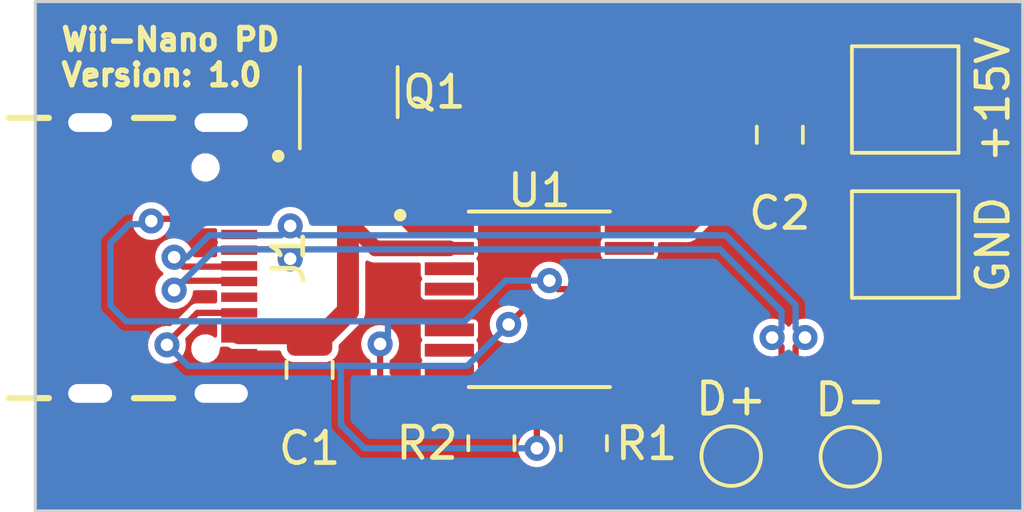
<source format=kicad_pcb>
(kicad_pcb (version 20221018) (generator pcbnew)
  (layers (0 "F.Cu" signal) (31 "B.Cu" signal) (34 "B.Paste" user) (35 "F.Paste" user) (36 "B.SilkS" user "B.Silkscreen") (37 "F.SilkS" user "F.Silkscreen") (38 "B.Mask" user) (39 "F.Mask" user) (44 "Edge.Cuts" user))
  (net 0 "")
  (net 1 "/D+")
  (net 2 "/D-")
  (net 3 "Net-(J1-CC2)")
  (net 4 "GNDREF")
  (net 5 "Net-(J1-CC1)")
  (net 6 "VBUS")
  (net 7 "Net-(Q1-G)")
  (net 8 "+15VOUT")
  (footprint "TestPoint:TestPoint_Pad_3.0x3.0mm" (layer "F.Cu") (at 56.75 41.125)
    (fp_text reference "+15V" (at 2.8 0 90 unlocked) (layer "F.SilkS"))
    (fp_text value "TestPoint_Pad_3.0x3.0mm" hide)
    (fp_line (start -1.7 -1.7) (end 1.7 -1.7) (stroke (width 0.12)) (layer "F.SilkS"))
    (fp_line (start -1.7 1.7) (end -1.7 -1.7) (stroke (width 0.12)) (layer "F.SilkS"))
    (fp_line (start 1.7 -1.7) (end 1.7 1.7) (stroke (width 0.12)) (layer "F.SilkS"))
    (fp_line (start 1.7 1.7) (end -1.7 1.7) (stroke (width 0.12)) (layer "F.SilkS"))
    (pad "1" smd rect (at 0 0) (size 3 3) (layers "F.Cu" "F.Mask") (net 8 "+15VOUT"))
  )
  (footprint "Package_TO_SOT_SMD:SOT-23-3" (layer "F.Cu") (at 39 40.8875 90)
    (fp_text reference "Q1" (at 0 2.73 180) (layer "F.SilkS"))
    (fp_text value "DMG3406L" hide)
    (fp_line (start 0 -1.56) (end -1.8 -1.56) (stroke (width 0.12)) (layer "F.SilkS"))
    (fp_line (start 0 -1.56) (end 0.8 -1.56) (stroke (width 0.12)) (layer "F.SilkS"))
    (fp_line (start 0 1.56) (end -0.8 1.56) (stroke (width 0.12)) (layer "F.SilkS"))
    (fp_line (start 0 1.56) (end 0.8 1.56) (stroke (width 0.12)) (layer "F.SilkS"))
    (pad "1" smd roundrect (at -1.1375 -0.95 90) (size 1.325 0.6) (layers "F.Cu" "F.Paste" "F.Mask") (net 6 "VBUS"))
    (pad "2" smd roundrect (at -1.1375 0.95 90) (size 1.325 0.6) (layers "F.Cu" "F.Paste" "F.Mask") (net 7 "Net-(Q1-G)"))
    (pad "3" smd roundrect (at 1.1375 0 90) (size 1.325 0.6) (layers "F.Cu" "F.Paste" "F.Mask") (net 8 "+15VOUT"))
  )
  (footprint "Resistor_SMD:R_0805_2012Metric" (layer "F.Cu") (at 46.5 52.0875 -90)
    (fp_text reference "R1" (at 0.0125 -2 -180) (layer "F.SilkS"))
    (fp_text value "5.11k" hide)
    (fp_line (start -0.227064 -0.735) (end 0.227064 -0.735) (stroke (width 0.12)) (layer "F.SilkS"))
    (fp_line (start -0.227064 0.735) (end 0.227064 0.735) (stroke (width 0.12)) (layer "F.SilkS"))
    (pad "1" smd roundrect (at -0.9125 0 270) (size 1.025 1.4) (layers "F.Cu" "F.Paste" "F.Mask") (roundrect_rratio 0.243902) (net 3 "Net-(J1-CC2)"))
    (pad "2" smd roundrect (at 0.9125 0 270) (size 1.025 1.4) (layers "F.Cu" "F.Paste" "F.Mask") (roundrect_rratio 0.243902) (net 4 "GNDREF"))
  )
  (footprint "TestPoint:TestPoint_Pad_D1.5mm" (layer "F.Cu") (at 55 52.525 -90)
    (fp_text reference "D-" (at -1.825 0) (layer "F.SilkS"))
    (fp_text value "D+" hide)
    (fp_circle (center 0 0) (end 0 0.95) (stroke (width 0.12)) (fill none) (layer "F.SilkS"))
    (pad "1" smd circle (at 0 0 270) (size 1.5 1.5) (layers "F.Cu" "F.Mask") (net 2 "/D-"))
  )
  (footprint "Capacitor_SMD:C_0805_2012Metric" (layer "F.Cu") (at 37.75 49.75 -90)
    (fp_text reference "C1" (at 2.5 0 -180) (layer "F.SilkS"))
    (fp_text value "1uF" hide)
    (fp_line (start -0.261252 -0.735) (end 0.261252 -0.735) (stroke (width 0.12)) (layer "F.SilkS"))
    (fp_line (start -0.261252 0.735) (end 0.261252 0.735) (stroke (width 0.12)) (layer "F.SilkS"))
    (pad "1" smd roundrect (at -0.95 0 270) (size 1 1.45) (layers "F.Cu" "F.Paste" "F.Mask") (net 6 "VBUS"))
    (pad "2" smd roundrect (at 0.95 0 270) (size 1 1.45) (layers "F.Cu" "F.Paste" "F.Mask") (net 4 "GNDREF"))
  )
  (footprint "TestPoint:TestPoint_Pad_D1.5mm" (layer "F.Cu") (at 51.2 52.5 -90)
    (fp_text reference "D+" (at -1.825 0) (layer "F.SilkS"))
    (fp_text value "D-" hide)
    (fp_circle (center 0 0) (end 0 0.95) (stroke (width 0.12)) (fill none) (layer "F.SilkS"))
    (pad "1" smd circle (at 0 0 270) (size 1.5 1.5) (layers "F.Cu" "F.Mask") (net 1 "/D+"))
  )
  (footprint "USB4105_GF_A:GCT_USB4105-GF-A" (layer "F.Cu") (at 30.75 46.18 -90)
    (fp_text reference "J1" (at -0.005 -6.325 90) (layer "F.SilkS"))
    (fp_text value "USB4105-GF-A" hide)
    (fp_line (start -4.47 -2.65) (end -4.47 -1.4) (stroke (width 0.2)) (layer "F.SilkS"))
    (fp_line (start -4.47 1.32) (end -4.47 2.6) (stroke (width 0.2)) (layer "F.SilkS"))
    (fp_line (start 4.47 -2.65) (end 4.47 -1.4) (stroke (width 0.2)) (layer "F.SilkS"))
    (fp_line (start 4.47 2.6) (end 4.47 1.32) (stroke (width 0.2)) (layer "F.SilkS"))
    (fp_circle (center -3.25 -6) (end -3.15 -6) (stroke (width 0.2)) (fill none) (layer "F.SilkS"))
    (pad "" np_thru_hole circle (at -2.89 -3.68 270) (size 0.65 0.65) (drill 0.65) (layers "*.Cu" "*.Mask"))
    (pad "" np_thru_hole circle (at 2.89 -3.68 270) (size 0.65 0.65) (drill 0.65) (layers "*.Cu" "*.Mask"))
    (pad "A1_B12" smd rect (at -3.2 -4.755 270) (size 0.6 1.15) (layers "F.Cu" "F.Paste" "F.Mask") (net 4 "GNDREF"))
    (pad "A4_B9" smd rect (at -2.4 -4.755 270) (size 0.6 1.15) (layers "F.Cu" "F.Paste" "F.Mask") (net 6 "VBUS"))
    (pad "A5" smd rect (at -1.25 -4.755 270) (size 0.3 1.15) (layers "F.Cu" "F.Paste" "F.Mask") (net 5 "Net-(J1-CC1)"))
    (pad "A6" smd rect (at -0.25 -4.755 270) (size 0.3 1.15) (layers "F.Cu" "F.Paste" "F.Mask") (net 1 "/D+"))
    (pad "A7" smd rect (at 0.25 -4.755 270) (size 0.3 1.15) (layers "F.Cu" "F.Paste" "F.Mask") (net 2 "/D-"))
    (pad "A8" smd rect (at 1.25 -4.755 270) (size 0.3 1.15) (layers "F.Cu" "F.Paste" "F.Mask"))
    (pad "B1_A12" smd rect (at 3.2 -4.755 270) (size 0.6 1.15) (layers "F.Cu" "F.Paste" "F.Mask") (net 4 "GNDREF"))
    (pad "B4_A9" smd rect (at 2.4 -4.755 270) (size 0.6 1.15) (layers "F.Cu" "F.Paste" "F.Mask") (net 6 "VBUS"))
    (pad "B5" smd rect (at 1.75 -4.755 270) (size 0.3 1.15) (layers "F.Cu" "F.Paste" "F.Mask") (net 3 "Net-(J1-CC2)"))
    (pad "B6" smd rect (at 0.75 -4.755 270) (size 0.3 1.15) (layers "F.Cu" "F.Paste" "F.Mask") (net 1 "/D+"))
    (pad "B7" smd rect (at -0.75 -4.755 270) (size 0.3 1.15) (layers "F.Cu" "F.Paste" "F.Mask") (net 2 "/D-"))
    (pad "B8" smd rect (at -1.75 -4.755 270) (size 0.3 1.15) (layers "F.Cu" "F.Paste" "F.Mask"))
    (pad "SH1" thru_hole oval (at -4.32 -4.18 270) (size 1 2.1) (drill oval 0.6 1.7) (layers "*.Cu" "*.Mask") (net 4 "GNDREF"))
    (pad "SH2" thru_hole oval (at 4.32 -4.18 270) (size 1 2.1) (drill oval 0.6 1.7) (layers "*.Cu" "*.Mask") (net 4 "GNDREF"))
    (pad "SH3" thru_hole roundrect (at -4.32 0 270) (size 1 1.8) (drill oval 0.6 1.4) (layers "*.Cu" "*.Mask") (net 4 "GNDREF"))
    (pad "SH4" thru_hole roundrect (at 4.32 0 270) (size 1 1.8) (drill oval 0.6 1.4) (layers "*.Cu" "*.Mask") (net 4 "GNDREF"))
  )
  (footprint "TestPoint:TestPoint_Pad_3.0x3.0mm" (layer "F.Cu") (at 56.75 45.75)
    (fp_text reference "GND" (at 2.8 0 90 unlocked) (layer "F.SilkS"))
    (fp_text value "TestPoint_Pad_3.0x3.0mm" hide)
    (fp_line (start -1.7 -1.7) (end 1.7 -1.7) (stroke (width 0.12)) (layer "F.SilkS"))
    (fp_line (start -1.7 1.7) (end -1.7 -1.7) (stroke (width 0.12)) (layer "F.SilkS"))
    (fp_line (start 1.7 -1.7) (end 1.7 1.7) (stroke (width 0.12)) (layer "F.SilkS"))
    (fp_line (start 1.7 1.7) (end -1.7 1.7) (stroke (width 0.12)) (layer "F.SilkS"))
    (pad "1" smd rect (at 0 0) (size 3 3) (layers "F.Cu" "F.Mask") (net 4 "GNDREF"))
  )
  (footprint "Capacitor_SMD:C_0805_2012Metric" (layer "F.Cu") (at 52.75 42.25 -90)
    (fp_text reference "C2" (at 2.5 0 -180) (layer "F.SilkS"))
    (fp_text value "10uF" hide)
    (fp_line (start -0.261252 -0.735) (end 0.261252 -0.735) (stroke (width 0.12)) (layer "F.SilkS"))
    (fp_line (start -0.261252 0.735) (end 0.261252 0.735) (stroke (width 0.12)) (layer "F.SilkS"))
    (pad "1" smd roundrect (at -0.95 0 270) (size 1 1.45) (layers "F.Cu" "F.Paste" "F.Mask") (net 8 "+15VOUT"))
    (pad "2" smd roundrect (at 0.95 0 270) (size 1 1.45) (layers "F.Cu" "F.Paste" "F.Mask") (net 4 "GNDREF"))
  )
  (footprint "74LVC163PW_TSSOP16:SOP65P640X110-16N" (layer "F.Cu") (at 45.08 47.4975)
    (fp_text reference "U1" (at 0 -3.47) (layer "F.SilkS"))
    (fp_text value "IP2721" hide)
    (fp_line (start -2.25 -2.8) (end 2.25 -2.8) (stroke (width 0.127)) (layer "F.SilkS"))
    (fp_line (start -2.25 2.8) (end 2.25 2.8) (stroke (width 0.127)) (layer "F.SilkS"))
    (fp_circle (center -4.44 -2.685) (end -4.34 -2.685) (stroke (width 0.2)) (fill none) (layer "F.SilkS"))
    (pad "1" smd roundrect (at -2.87 -2.275) (size 1.57 0.41) (layers "F.Cu" "F.Paste" "F.Mask") (roundrect_rratio 0.05) (net 7 "Net-(Q1-G)"))
    (pad "2" smd roundrect (at -2.87 -1.625) (size 1.57 0.41) (layers "F.Cu" "F.Paste" "F.Mask") (roundrect_rratio 0.05) (net 6 "VBUS"))
    (pad "3" smd roundrect (at -2.87 -0.975) (size 1.57 0.41) (layers "F.Cu" "F.Paste" "F.Mask") (roundrect_rratio 0.05))
    (pad "4" smd roundrect (at -2.87 -0.325) (size 1.57 0.41) (layers "F.Cu" "F.Paste" "F.Mask") (roundrect_rratio 0.05))
    (pad "5" smd roundrect (at -2.87 0.325) (size 1.57 0.41) (layers "F.Cu" "F.Paste" "F.Mask") (roundrect_rratio 0.05) (net 4 "GNDREF"))
    (pad "6" smd roundrect (at -2.87 0.975) (size 1.57 0.41) (layers "F.Cu" "F.Paste" "F.Mask") (roundrect_rratio 0.05))
    (pad "7" smd roundrect (at -2.87 1.625) (size 1.57 0.41) (layers "F.Cu" "F.Paste" "F.Mask") (roundrect_rratio 0.05))
    (pad "8" smd roundrect (at -2.87 2.275) (size 1.57 0.41) (layers "F.Cu" "F.Paste" "F.Mask") (roundrect_rratio 0.05))
    (pad "9" smd roundrect (at 2.87 2.275) (size 1.57 0.41) (layers "F.Cu" "F.Paste" "F.Mask") (roundrect_rratio 0.05))
    (pad "10" smd roundrect (at 2.87 1.625) (size 1.57 0.41) (layers "F.Cu" "F.Paste" "F.Mask") (roundrect_rratio 0.05))
    (pad "11" smd roundrect (at 2.87 0.975) (size 1.57 0.41) (layers "F.Cu" "F.Paste" "F.Mask") (roundrect_rratio 0.05))
    (pad "12" smd roundrect (at 2.87 0.325) (size 1.57 0.41) (layers "F.Cu" "F.Paste" "F.Mask") (roundrect_rratio 0.05) (net 3 "Net-(J1-CC2)"))
    (pad "13" smd roundrect (at 2.87 -0.325) (size 1.57 0.41) (layers "F.Cu" "F.Paste" "F.Mask") (roundrect_rratio 0.05) (net 5 "Net-(J1-CC1)"))
    (pad "14" smd roundrect (at 2.87 -0.975) (size 1.57 0.41) (layers "F.Cu" "F.Paste" "F.Mask") (roundrect_rratio 0.05))
    (pad "15" smd roundrect (at 2.87 -1.625) (size 1.57 0.41) (layers "F.Cu" "F.Paste" "F.Mask") (roundrect_rratio 0.05))
    (pad "16" smd roundrect (at 2.87 -2.275) (size 1.57 0.41) (layers "F.Cu" "F.Paste" "F.Mask") (roundrect_rratio 0.05) (net 8 "+15VOUT"))
  )
  (footprint "Resistor_SMD:R_0805_2012Metric" (layer "F.Cu") (at 43.55 52.0875 -90)
    (fp_text reference "R2" (at 0 2.05 -180) (layer "F.SilkS"))
    (fp_text value "5.11k" hide)
    (fp_line (start -0.227064 -0.735) (end 0.227064 -0.735) (stroke (width 0.12)) (layer "F.SilkS"))
    (fp_line (start -0.227064 0.735) (end 0.227064 0.735) (stroke (width 0.12)) (layer "F.SilkS"))
    (pad "1" smd roundrect (at -0.9125 0 270) (size 1.025 1.4) (layers "F.Cu" "F.Paste" "F.Mask") (roundrect_rratio 0.243902) (net 5 "Net-(J1-CC1)"))
    (pad "2" smd roundrect (at 0.9125 0 270) (size 1.025 1.4) (layers "F.Cu" "F.Paste" "F.Mask") (roundrect_rratio 0.243902) (net 4 "GNDREF"))
  )
  (gr_rect (start 29 38) (end 60.5 54.25) (stroke (width 0.1)) (fill none) (layer "Edge.Cuts"))
  (gr_text "Wii-Nano PD\nVersion: 1.0" (at 29.75 40.75) (layer "F.SilkS") (effects (font (size 0.7 0.7) (thickness 0.175) bold) (justify left bottom)))
  (segment (start 35.505 46.93) (end 35.480001 46.905001) (width 0.2) (layer "F.Cu") (net 1))
  (segment (start 52.804216 49.016828) (end 52.804216 50.895784) (width 0.2) (layer "F.Cu") (net 1))
  (segment (start 52.504216 48.716828) (end 52.804216 49.016828) (width 0.2) (layer "F.Cu") (net 1))
  (segment (start 35.529999 45.905001) (end 36.831503 45.905001) (width 0.2) (layer "F.Cu") (net 1))
  (segment (start 35.505 45.93) (end 35.529999 45.905001) (width 0.2) (layer "F.Cu") (net 1))
  (segment (start 52.804216 50.895784) (end 51.2 52.5) (width 0.2) (layer "F.Cu") (net 1))
  (segment (start 35.480001 46.905001) (end 33.729999 46.905001) (width 0.2) (layer "F.Cu") (net 1))
  (segment (start 36.831503 45.905001) (end 37.131502 46.205) (width 0.2) (layer "F.Cu") (net 1))
  (segment (start 33.729999 46.905001) (end 33.43 47.205) (width 0.2) (layer "F.Cu") (net 1))
  (via (at 52.504216 48.716828) (size 0.8) (drill 0.4) (layers "F.Cu" "B.Cu") (net 1))
  (via (at 37.131502 46.205) (size 0.8) (drill 0.4) (layers "F.Cu" "B.Cu") (net 1))
  (via (at 33.43 47.205) (size 0.8) (drill 0.4) (layers "F.Cu" "B.Cu") (net 1))
  (segment (start 37.431501 45.905001) (end 50.836801 45.905001) (width 0.2) (layer "B.Cu") (net 1))
  (segment (start 52.804215 47.872415) (end 52.804215 48.416829) (width 0.2) (layer "B.Cu") (net 1))
  (segment (start 50.836801 45.905001) (end 52.804215 47.872415) (width 0.2) (layer "B.Cu") (net 1))
  (segment (start 52.804215 48.416829) (end 52.504216 48.716828) (width 0.2) (layer "B.Cu") (net 1))
  (segment (start 33.43 47.205) (end 34.729999 45.905001) (width 0.2) (layer "B.Cu") (net 1))
  (segment (start 37.131502 46.205) (end 37.431501 45.905001) (width 0.2) (layer "B.Cu") (net 1))
  (segment (start 34.729999 45.905001) (end 36.831503 45.905001) (width 0.2) (layer "B.Cu") (net 1))
  (segment (start 36.831503 45.905001) (end 37.131502 46.205) (width 0.2) (layer "B.Cu") (net 1))
  (segment (start 36.831503 45.454999) (end 37.131502 45.155) (width 0.2) (layer "F.Cu") (net 2))
  (segment (start 35.480001 46.454999) (end 33.729999 46.454999) (width 0.2) (layer "F.Cu") (net 2))
  (segment (start 35.529999 45.454999) (end 36.831503 45.454999) (width 0.2) (layer "F.Cu") (net 2))
  (segment (start 35.505 46.43) (end 35.480001 46.454999) (width 0.2) (layer "F.Cu") (net 2))
  (segment (start 35.505 45.43) (end 35.529999 45.454999) (width 0.2) (layer "F.Cu") (net 2))
  (segment (start 53.254216 50.879216) (end 54.9 52.525) (width 0.2) (layer "F.Cu") (net 2))
  (segment (start 53.554216 48.716828) (end 53.254216 49.016828) (width 0.2) (layer "F.Cu") (net 2))
  (segment (start 33.729999 46.454999) (end 33.43 46.155) (width 0.2) (layer "F.Cu") (net 2))
  (segment (start 53.254216 49.016828) (end 53.254216 50.879216) (width 0.2) (layer "F.Cu") (net 2))
  (via (at 37.131502 45.155) (size 0.8) (drill 0.4) (layers "F.Cu" "B.Cu") (net 2))
  (via (at 33.43 46.155) (size 0.8) (drill 0.4) (layers "F.Cu" "B.Cu") (net 2))
  (via (at 53.554216 48.716828) (size 0.8) (drill 0.4) (layers "F.Cu" "B.Cu") (net 2))
  (segment (start 37.431501 45.454999) (end 51.023199 45.454999) (width 0.2) (layer "B.Cu") (net 2))
  (segment (start 51.023199 45.454999) (end 53.254217 47.686017) (width 0.2) (layer "B.Cu") (net 2))
  (segment (start 34.543604 45.454999) (end 36.831503 45.454999) (width 0.2) (layer "B.Cu") (net 2))
  (segment (start 33.843603 46.155) (end 34.543604 45.454999) (width 0.2) (layer "B.Cu") (net 2))
  (segment (start 36.831503 45.454999) (end 37.131502 45.155) (width 0.2) (layer "B.Cu") (net 2))
  (segment (start 33.43 46.155) (end 33.843603 46.155) (width 0.2) (layer "B.Cu") (net 2))
  (segment (start 53.254217 47.686017) (end 53.254217 48.416829) (width 0.2) (layer "B.Cu") (net 2))
  (segment (start 53.254217 48.416829) (end 53.554216 48.716828) (width 0.2) (layer "B.Cu") (net 2))
  (segment (start 37.131502 45.155) (end 37.431501 45.454999) (width 0.2) (layer "B.Cu") (net 2))
  (segment (start 35.505 47.93) (end 34.17 47.93) (width 0.2) (layer "F.Cu") (net 3))
  (segment (start 45.325 51.175) (end 46.5 51.175) (width 0.2) (layer "F.Cu") (net 3))
  (segment (start 45 52.25) (end 45 51.5) (width 0.2) (layer "F.Cu") (net 3))
  (segment (start 34.17 47.93) (end 33.2 48.9) (width 0.2) (layer "F.Cu") (net 3))
  (segment (start 33.2 48.9) (end 33.2 48.9495) (width 0.2) (layer "F.Cu") (net 3))
  (segment (start 44.5775 47.8225) (end 47.95 47.8225) (width 0.2) (layer "F.Cu") (net 3))
  (segment (start 44.1 48.3) (end 44.5775 47.8225) (width 0.2) (layer "F.Cu") (net 3))
  (segment (start 45 51.5) (end 45.325 51.175) (width 0.2) (layer "F.Cu") (net 3))
  (via (at 44.1 48.3) (size 0.8) (drill 0.4) (layers "F.Cu" "B.Cu") (net 3))
  (via (at 45 52.25) (size 0.8) (drill 0.4) (layers "F.Cu" "B.Cu") (net 3))
  (via (at 33.2 48.9495) (size 0.8) (drill 0.4) (layers "F.Cu" "B.Cu") (net 3))
  (segment (start 33.2 48.9495) (end 33.8725 49.622) (width 0.2) (layer "B.Cu") (net 3))
  (segment (start 38.75 49.622) (end 42.778 49.622) (width 0.2) (layer "B.Cu") (net 3))
  (segment (start 33.8725 49.622) (end 38.75 49.622) (width 0.2) (layer "B.Cu") (net 3))
  (segment (start 38.75 49.622) (end 38.75 51.5) (width 0.2) (layer "B.Cu") (net 3))
  (segment (start 38.75 51.5) (end 39.5 52.25) (width 0.2) (layer "B.Cu") (net 3))
  (segment (start 39.5 52.25) (end 45 52.25) (width 0.2) (layer "B.Cu") (net 3))
  (segment (start 42.778 49.622) (end 44.1 48.3) (width 0.2) (layer "B.Cu") (net 3))
  (segment (start 45.6725 47.1725) (end 47.95 47.1725) (width 0.2) (layer "F.Cu") (net 5))
  (segment (start 32.7 45) (end 32.77 44.93) (width 0.3) (layer "F.Cu") (net 5))
  (segment (start 40 50) (end 41.175 51.175) (width 0.2) (layer "F.Cu") (net 5))
  (segment (start 32.77 44.93) (end 35.505 44.93) (width 0.2) (layer "F.Cu") (net 5))
  (segment (start 45.4 46.9) (end 45.6725 47.1725) (width 0.2) (layer "F.Cu") (net 5))
  (segment (start 40 48.9225) (end 40 50) (width 0.2) (layer "F.Cu") (net 5))
  (segment (start 41.175 51.175) (end 43.55 51.175) (width 0.2) (layer "F.Cu") (net 5))
  (via (at 40 48.9225) (size 0.8) (drill 0.4) (layers "F.Cu" "B.Cu") (net 5))
  (via (at 45.4 46.9) (size 0.8) (drill 0.4) (layers "F.Cu" "B.Cu") (net 5))
  (via (at 32.7 45) (size 0.8) (drill 0.4) (layers "F.Cu" "B.Cu") (net 5))
  (segment (start 31.9 48.2) (end 31.4 47.7) (width 0.2) (layer "B.Cu") (net 5))
  (segment (start 40.25 48.2) (end 31.9 48.2) (width 0.2) (layer "B.Cu") (net 5))
  (segment (start 40.25 48.2) (end 40.25 48.6725) (width 0.2) (layer "B.Cu") (net 5))
  (segment (start 32 45.1) (end 32.6 45.1) (width 0.2) (layer "B.Cu") (net 5))
  (segment (start 31.4 47.7) (end 31.4 45.7) (width 0.2) (layer "B.Cu") (net 5))
  (segment (start 42.7 48.2) (end 40.25 48.2) (width 0.2) (layer "B.Cu") (net 5))
  (segment (start 31.4 45.7) (end 32 45.1) (width 0.2) (layer "B.Cu") (net 5))
  (segment (start 32.6 45.1) (end 32.7 45) (width 0.2) (layer "B.Cu") (net 5))
  (segment (start 44 46.9) (end 42.7 48.2) (width 0.2) (layer "B.Cu") (net 5))
  (segment (start 40.25 48.6725) (end 40 48.9225) (width 0.2) (layer "B.Cu") (net 5))
  (segment (start 44 46.9) (end 45.4 46.9) (width 0.2) (layer "B.Cu") (net 5))
  (segment (start 35.505 43.78) (end 38.48 43.78) (width 0.7) (layer "F.Cu") (net 6))
  (segment (start 38.27 48.58) (end 38.975 47.875) (width 0.7) (layer "F.Cu") (net 6))
  (segment (start 38.975 47.875) (end 38.975 45) (width 0.7) (layer "F.Cu") (net 6))
  (segment (start 38.975 45) (end 38.975 44.275) (width 0.7) (layer "F.Cu") (net 6))
  (segment (start 39.8475 45.8725) (end 38.975 45) (width 0.5) (layer "F.Cu") (net 6))
  (segment (start 38.05 42.025) (end 38.05 43.35) (width 1.5) (layer "F.Cu") (net 6))
  (segment (start 42.21 45.8725) (end 39.8475 45.8725) (width 0.5) (layer "F.Cu") (net 6))
  (segment (start 38.975 44.275) (end 38.48 43.78) (width 0.7) (layer "F.Cu") (net 6))
  (segment (start 35.505 48.58) (end 38.27 48.58) (width 0.7) (layer "F.Cu") (net 6))
  (segment (start 39.95 44.2) (end 40.9725 45.2225) (width 0.3) (layer "F.Cu") (net 7))
  (segment (start 40.9725 45.2225) (end 42.21 45.2225) (width 0.3) (layer "F.Cu") (net 7))
  (segment (start 39.95 42.025) (end 39.95 44.2) (width 0.3) (layer "F.Cu") (net 7))
  (segment (start 49.7775 45.2225) (end 50.5 44.5) (width 0.5) (layer "F.Cu") (net 8))
  (segment (start 49 39.75) (end 50.375 41.125) (width 1.6) (layer "F.Cu") (net 8))
  (segment (start 47.95 45.2225) (end 49.7775 45.2225) (width 0.5) (layer "F.Cu") (net 8))
  (segment (start 50.375 41.125) (end 56.75 41.125) (width 1.6) (layer "F.Cu") (net 8))
  (segment (start 50.5 44.5) (end 50.5 41.25) (width 0.5) (layer "F.Cu") (net 8))
  (segment (start 39 39.75) (end 49 39.75) (width 1.6) (layer "F.Cu") (net 8))
  (segment (start 50.5 41.25) (end 50.375 41.125) (width 0.5) (layer "F.Cu") (net 8))
  (zone (net 4) (net_name "GNDREF") (layer "F.Cu") (connect_pads yes (clearance 0.127)) (min_thickness 0.127) (fill yes (thermal_gap 0.5) (thermal_bridge_width 0.5))
    (polygon (pts (xy 29.01 38.03) (xy 60.49 38.01) (xy 60.5 54.24) (xy 29 54.24)))
  )
  (zone (net 4) (net_name "GNDREF") (layer "B.Cu") (priority 1) (connect_pads yes (clearance 0.127)) (min_thickness 0.25) (fill yes (thermal_gap 0.5) (thermal_bridge_width 0.5))
    (polygon (pts (xy 29.01 38.03) (xy 60.49 38.01) (xy 60.5 54.24) (xy 29 54.24)))
  )
)
</source>
